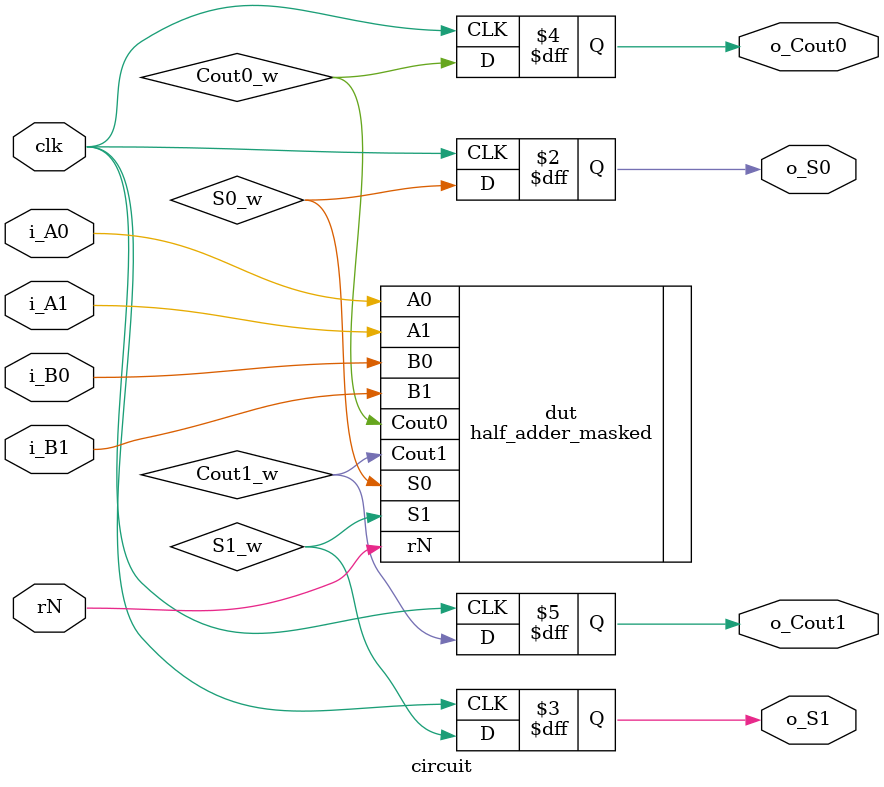
<source format=v>
module circuit (
  input  wire clk,

  input  wire i_A0,
  input  wire i_A1,
  input  wire i_B0,
  input  wire i_B1,
  input  wire rN,

  output reg  o_S0,
  output reg  o_S1,
  output reg  o_Cout0,
  output reg  o_Cout1
);

  wire S0_w, S1_w;
  wire Cout0_w, Cout1_w;

  half_adder_masked dut (
    .A0(i_A0),
    .A1(i_A1),
    .B0(i_B0),
    .B1(i_B1),
    .rN(rN),
    .S0(S0_w),
    .S1(S1_w),
    .Cout0(Cout0_w),
    .Cout1(Cout1_w)
  );

  // Register outputs (required for PROLEAD)
  always @(posedge clk) begin
    o_S0    <= S0_w;
    o_S1    <= S1_w;
    o_Cout0 <= Cout0_w;
    o_Cout1 <= Cout1_w;
  end

endmodule

</source>
